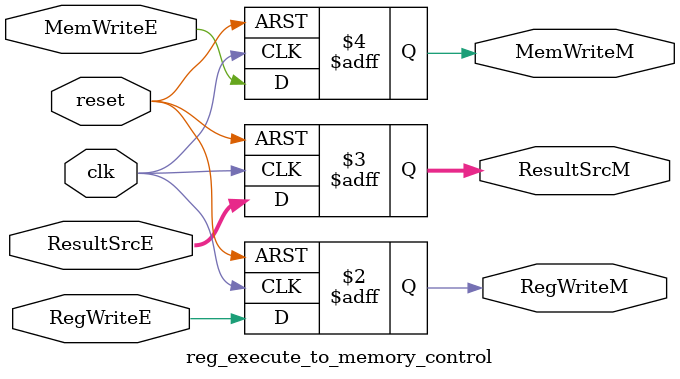
<source format=v>
`timescale 1ns / 1ps

// falta agregar lo de hazard unit
module reg_execute_to_memory_control(
    input             clk,
    input             reset,

    // --------- CONTROL desde etapa E ---------
    input             RegWriteE,
    input      [1:0]  ResultSrcE,
    input             MemWriteE,

    // --------- CONTROL hacia etapa M --------
    output reg        RegWriteM,
    output reg [1:0]  ResultSrcM,
    output reg        MemWriteM

);

    always @ (posedge clk or posedge reset) begin
        if (reset) begin
            // CONTROL
            RegWriteM  <= 1'b0;
            ResultSrcM <= 2'b0;
            MemWriteM  <= 1'b0;

        end else begin
            // CONTROL
            RegWriteM  <= RegWriteE;
            ResultSrcM <= ResultSrcE;
            MemWriteM  <= MemWriteE;

        end
    end

endmodule

</source>
